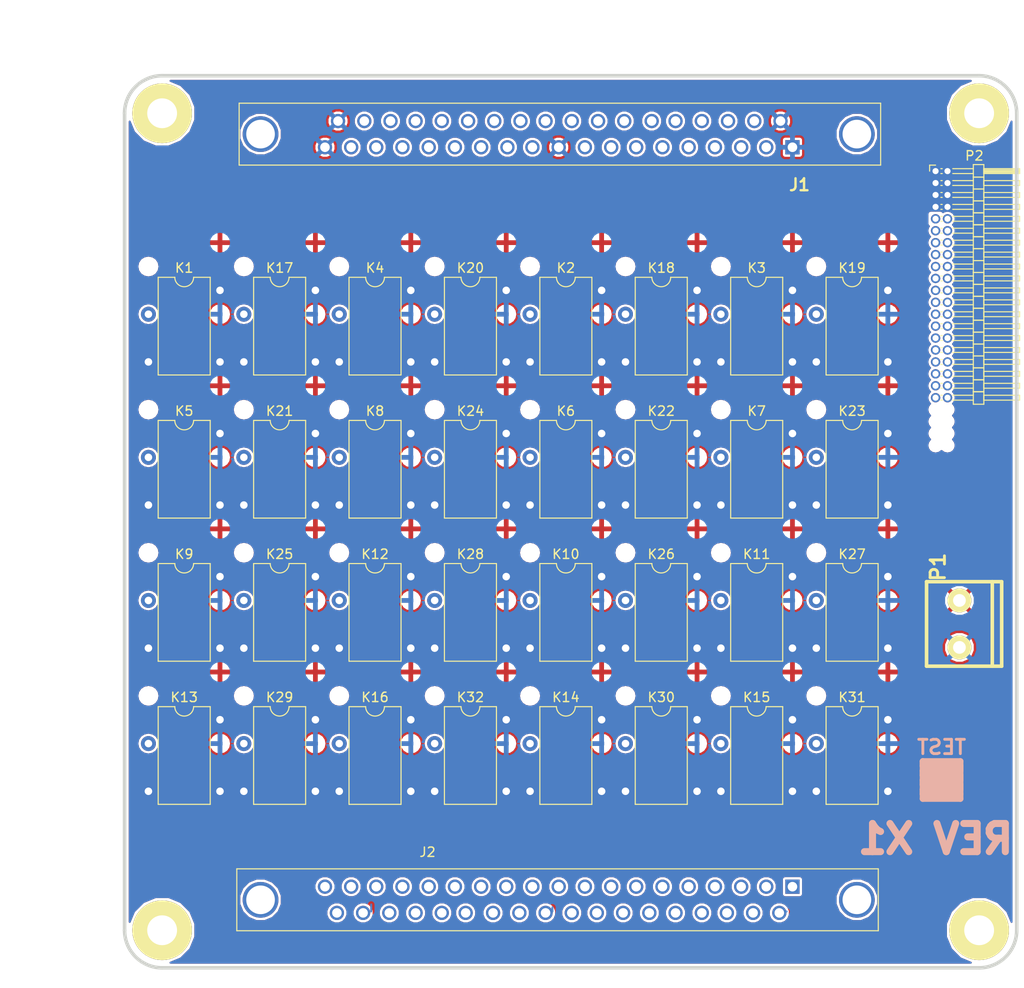
<source format=kicad_pcb>
(kicad_pcb (version 4) (host pcbnew "(after 2015-mar-04 BZR unknown)-product")
  (title_block (title RELAY-32) (date "Thursday, May 25, 2017") (rev X1))
  (layers (0 Front signal) (31 Back signal) (36 B.SilkS user) (37 F.SilkS user) (38 B.Mask user) (39 F.Mask user) (44 Edge.Cuts user))
  (net 0 "")
  (net 1 /GND)
  (net 2 /RLY32)
  (net 3 /RLY30)
  (net 4 /RLY28)
  (net 5 /RLY26)
  (net 6 /RLY24)
  (net 7 /RLY22)
  (net 8 /RLY20)
  (net 9 /RLY18)
  (net 10 /RLY15)
  (net 11 /RLY13)
  (net 12 /RLY11)
  (net 13 /RLY9)
  (net 14 /RLY7)
  (net 15 /RLY5)
  (net 16 /RLY3)
  (net 17 /RLY1)
  (net 18 /RLY31)
  (net 19 /RLY29)
  (net 20 /RLY27)
  (net 21 /RLY25)
  (net 22 /RLY23)
  (net 23 /RLY21)
  (net 24 /RLY19)
  (net 25 /RLY17)
  (net 26 /RLY16)
  (net 27 /RLY14)
  (net 28 /RLY12)
  (net 29 /RLY10)
  (net 30 /RLY8)
  (net 31 /RLY6)
  (net 32 /RLY4)
  (net 33 /RLY2)
  (net 34 /RLY32-C)
  (net 35 /RLY30-C)
  (net 36 /RLY28-C)
  (net 37 /RLY26-C)
  (net 38 /RLY24-C)
  (net 39 /RLY22-C)
  (net 40 /RLY20-C)
  (net 41 /RLY18-C)
  (net 42 /RLY15-C)
  (net 43 /RLY13-C)
  (net 44 /RLY11-C)
  (net 45 /RLY9-C)
  (net 46 /RLY7-C)
  (net 47 /RLY5-C)
  (net 48 /RLY3-C)
  (net 49 /RLY1-C)
  (net 50 /RLY31-C)
  (net 51 /RLY29-C)
  (net 52 /RLY27-C)
  (net 53 /RLY25-C)
  (net 54 /RLY23-C)
  (net 55 /RLY21-C)
  (net 56 /RLY19-C)
  (net 57 /RLY17-C)
  (net 58 /RLY16-C)
  (net 59 /RLY14-C)
  (net 60 /RLY12-C)
  (net 61 /RLY10-C)
  (net 62 /RLY8-C)
  (net 63 /RLY6-C)
  (net 64 /RLY4-C)
  (net 65 /RLY2-C)
  (net 66 /ON)
  (module Connect:DB37MD (layer Front) (at 71.12 7.62 180)
    (fp_text reference J1 (at -0.75 -4 180) (layer F.SilkS) (effects (font (size 1.27 1.27) (thickness 0.254))))
    (fp_text value DB37 hide)
    (pad "" thru_hole circle (at -6.86 1.4 180) (size 3.81 3.81) (drill 3.05) (layers *.Cu *.Mask))
    (pad "" thru_hole circle (at 56.64 1.4 180) (size 3.81 3.81) (drill 3.05) (layers *.Cu *.Mask))
    (pad 1 thru_hole rect (at 0 0 180) (size 1.52 1.52) (drill 1.02) (layers *.Cu *.Mask) (net 1 /GND))
    (pad 2 thru_hole circle (at 2.79 0 180) (size 1.52 1.52) (drill 1.02) (layers *.Cu *.Mask) (net 2 /RLY32))
    (pad 3 thru_hole circle (at 5.46 0 180) (size 1.52 1.52) (drill 1.02) (layers *.Cu *.Mask) (net 3 /RLY30))
    (pad 4 thru_hole circle (at 8.25 0 180) (size 1.52 1.52) (drill 1.02) (layers *.Cu *.Mask) (net 4 /RLY28))
    (pad 5 thru_hole circle (at 11.05 0 180) (size 1.52 1.52) (drill 1.02) (layers *.Cu *.Mask) (net 5 /RLY26))
    (pad 6 thru_hole circle (at 13.84 0 180) (size 1.52 1.52) (drill 1.02) (layers *.Cu *.Mask) (net 6 /RLY24))
    (pad 7 thru_hole circle (at 16.64 0 180) (size 1.52 1.52) (drill 1.02) (layers *.Cu *.Mask) (net 7 /RLY22))
    (pad 8 thru_hole circle (at 19.3 0 180) (size 1.52 1.52) (drill 1.02) (layers *.Cu *.Mask) (net 8 /RLY20))
    (pad 9 thru_hole circle (at 22.1 0 180) (size 1.52 1.52) (drill 1.02) (layers *.Cu *.Mask) (net 9 /RLY18))
    (pad 10 thru_hole circle (at 24.89 0 180) (size 1.52 1.52) (drill 1.02) (layers *.Cu *.Mask) (net 1 /GND))
    (pad 11 thru_hole circle (at 27.69 0 180) (size 1.52 1.52) (drill 1.02) (layers *.Cu *.Mask) (net 10 /RLY15))
    (pad 12 thru_hole circle (at 30.35 0 180) (size 1.52 1.52) (drill 1.02) (layers *.Cu *.Mask) (net 11 /RLY13))
    (pad 13 thru_hole circle (at 33.15 0 180) (size 1.52 1.52) (drill 1.02) (layers *.Cu *.Mask) (net 12 /RLY11))
    (pad 14 thru_hole circle (at 35.94 0 180) (size 1.52 1.52) (drill 1.02) (layers *.Cu *.Mask) (net 13 /RLY9))
    (pad 15 thru_hole circle (at 38.73 0 180) (size 1.52 1.52) (drill 1.02) (layers *.Cu *.Mask) (net 14 /RLY7))
    (pad 16 thru_hole circle (at 41.53 0 180) (size 1.52 1.52) (drill 1.02) (layers *.Cu *.Mask) (net 15 /RLY5))
    (pad 17 thru_hole circle (at 44.32 0 180) (size 1.52 1.52) (drill 1.02) (layers *.Cu *.Mask) (net 16 /RLY3))
    (pad 18 thru_hole circle (at 46.99 0 180) (size 1.52 1.52) (drill 1.02) (layers *.Cu *.Mask) (net 17 /RLY1))
    (pad 19 thru_hole circle (at 49.78 0 180) (size 1.52 1.52) (drill 1.02) (layers *.Cu *.Mask) (net 1 /GND))
    (pad 20 thru_hole circle (at 1.27 2.79 180) (size 1.52 1.52) (drill 1.02) (layers *.Cu *.Mask) (net 1 /GND))
    (pad 21 thru_hole circle (at 4.06 2.79 180) (size 1.52 1.52) (drill 1.02) (layers *.Cu *.Mask) (net 18 /RLY31))
    (pad 22 thru_hole circle (at 6.86 2.79 180) (size 1.52 1.52) (drill 1.02) (layers *.Cu *.Mask) (net 19 /RLY29))
    (pad 23 thru_hole circle (at 9.65 2.79 180) (size 1.52 1.52) (drill 1.02) (layers *.Cu *.Mask) (net 20 /RLY27))
    (pad 24 thru_hole circle (at 12.45 2.79 180) (size 1.52 1.52) (drill 1.02) (layers *.Cu *.Mask) (net 21 /RLY25))
    (pad 25 thru_hole circle (at 14.99 2.79 180) (size 1.52 1.52) (drill 1.02) (layers *.Cu *.Mask) (net 22 /RLY23))
    (pad 26 thru_hole circle (at 17.91 2.79 180) (size 1.52 1.52) (drill 1.02) (layers *.Cu *.Mask) (net 23 /RLY21))
    (pad 27 thru_hole circle (at 20.7 2.79 180) (size 1.52 1.52) (drill 1.02) (layers *.Cu *.Mask) (net 24 /RLY19))
    (pad 28 thru_hole circle (at 23.5 2.79 180) (size 1.52 1.52) (drill 1.02) (layers *.Cu *.Mask) (net 25 /RLY17))
    (pad 29 thru_hole circle (at 26.29 2.79 180) (size 1.52 1.52) (drill 1.02) (layers *.Cu *.Mask) (net 26 /RLY16))
    (pad 30 thru_hole circle (at 28.96 2.79 180) (size 1.52 1.52) (drill 1.02) (layers *.Cu *.Mask) (net 27 /RLY14))
    (pad 31 thru_hole circle (at 31.75 2.79 180) (size 1.52 1.52) (drill 1.02) (layers *.Cu *.Mask) (net 28 /RLY12))
    (pad 32 thru_hole circle (at 34.54 2.79 180) (size 1.52 1.52) (drill 1.02) (layers *.Cu *.Mask) (net 29 /RLY10))
    (pad 33 thru_hole circle (at 37.34 2.79 180) (size 1.52 1.52) (drill 1.02) (layers *.Cu *.Mask) (net 30 /RLY8))
    (pad 34 thru_hole circle (at 40.13 2.79 180) (size 1.52 1.52) (drill 1.02) (layers *.Cu *.Mask) (net 31 /RLY6))
    (pad 35 thru_hole circle (at 42.8 2.79 180) (size 1.52 1.52) (drill 1.02) (layers *.Cu *.Mask) (net 32 /RLY4))
    (pad 36 thru_hole circle (at 45.59 2.79 180) (size 1.52 1.52) (drill 1.02) (layers *.Cu *.Mask) (net 33 /RLY2))
    (pad 37 thru_hole circle (at 48.39 2.79 180) (size 1.52 1.52) (drill 1.02) (layers *.Cu *.Mask) (net 1 /GND))
  )
  (module LandBoards_MountHoles:MTG-4-40 (layer Front) (at 4 4)
    (fp_text reference MTG1 hide)
    (fp_text value CONN_1 hide)
    (pad 1 thru_hole circle (at 0 0) (size 6.35 6.35) (drill 3.175) (layers *.Cu *.Mask F.SilkS))
  )
  (module LandBoards_MountHoles:MTG-4-40 (layer Front) (at 91 4)
    (fp_text reference MTG2 hide)
    (fp_text value CONN_1 hide)
    (pad 1 thru_hole circle (at 0 0) (size 6.35 6.35) (drill 3.175) (layers *.Cu *.Mask F.SilkS))
  )
  (module LandBoards_MountHoles:MTG-4-40 (layer Front) (at 4 91)
    (fp_text reference MTG3 hide)
    (fp_text value CONN_1 hide)
    (pad 1 thru_hole circle (at 0 0) (size 6.35 6.35) (drill 3.175) (layers *.Cu *.Mask F.SilkS))
  )
  (module LandBoards_MountHoles:MTG-4-40 (layer Front) (at 91 91)
    (fp_text reference MTG4 hide)
    (fp_text value CONN_1 hide)
    (pad 1 thru_hole circle (at 0 0) (size 6.35 6.35) (drill 3.175) (layers *.Cu *.Mask F.SilkS))
  )
  (module Connect:DB37FD (layer Front) (at 71.12 86.36)
    (fp_text reference J2 (at -38.86 -3.68) (layer F.SilkS))
    (fp_text value DB37)
    (pad "" thru_hole circle (at -56.64 1.4) (size 3.81 3.81) (drill 3.05) (layers *.Cu *.Mask))
    (pad "" thru_hole circle (at 6.86 1.4) (size 3.81 3.81) (drill 3.05) (layers *.Cu *.Mask))
    (pad 1 thru_hole rect (at 0 0) (size 1.52 1.52) (drill 1.02) (layers *.Cu *.Mask))
    (pad 2 thru_hole circle (at -2.79 0) (size 1.52 1.52) (drill 1.02) (layers *.Cu *.Mask) (net 34 /RLY32-C))
    (pad 3 thru_hole circle (at -5.46 0) (size 1.52 1.52) (drill 1.02) (layers *.Cu *.Mask) (net 35 /RLY30-C))
    (pad 4 thru_hole circle (at -8.25 0) (size 1.52 1.52) (drill 1.02) (layers *.Cu *.Mask) (net 36 /RLY28-C))
    (pad 5 thru_hole circle (at -11.05 0) (size 1.52 1.52) (drill 1.02) (layers *.Cu *.Mask) (net 37 /RLY26-C))
    (pad 6 thru_hole circle (at -13.84 0) (size 1.52 1.52) (drill 1.02) (layers *.Cu *.Mask) (net 38 /RLY24-C))
    (pad 7 thru_hole circle (at -16.64 0) (size 1.52 1.52) (drill 1.02) (layers *.Cu *.Mask) (net 39 /RLY22-C))
    (pad 8 thru_hole circle (at -19.3 0) (size 1.52 1.52) (drill 1.02) (layers *.Cu *.Mask) (net 40 /RLY20-C))
    (pad 9 thru_hole circle (at -22.1 0) (size 1.52 1.52) (drill 1.02) (layers *.Cu *.Mask) (net 41 /RLY18-C))
    (pad 10 thru_hole circle (at -24.89 0) (size 1.52 1.52) (drill 1.02) (layers *.Cu *.Mask))
    (pad 11 thru_hole circle (at -27.69 0) (size 1.52 1.52) (drill 1.02) (layers *.Cu *.Mask) (net 42 /RLY15-C))
    (pad 12 thru_hole circle (at -30.48 0) (size 1.52 1.52) (drill 1.02) (layers *.Cu *.Mask) (net 43 /RLY13-C))
    (pad 13 thru_hole circle (at -33.15 0) (size 1.52 1.52) (drill 1.02) (layers *.Cu *.Mask) (net 44 /RLY11-C))
    (pad 14 thru_hole circle (at -35.94 0) (size 1.52 1.52) (drill 1.02) (layers *.Cu *.Mask) (net 45 /RLY9-C))
    (pad 15 thru_hole circle (at -38.73 0) (size 1.52 1.52) (drill 1.02) (layers *.Cu *.Mask) (net 46 /RLY7-C))
    (pad 16 thru_hole circle (at -41.53 0) (size 1.52 1.52) (drill 1.02) (layers *.Cu *.Mask) (net 47 /RLY5-C))
    (pad 17 thru_hole circle (at -44.32 0) (size 1.52 1.52) (drill 1.02) (layers *.Cu *.Mask) (net 48 /RLY3-C))
    (pad 18 thru_hole circle (at -46.99 0) (size 1.52 1.52) (drill 1.02) (layers *.Cu *.Mask) (net 49 /RLY1-C))
    (pad 19 thru_hole circle (at -49.78 0) (size 1.52 1.52) (drill 1.02) (layers *.Cu *.Mask))
    (pad 20 thru_hole circle (at -1.4 2.79) (size 1.52 1.52) (drill 1.02) (layers *.Cu *.Mask))
    (pad 21 thru_hole circle (at -4.19 2.79) (size 1.52 1.52) (drill 1.02) (layers *.Cu *.Mask) (net 50 /RLY31-C))
    (pad 22 thru_hole circle (at -6.98 2.79) (size 1.52 1.52) (drill 1.02) (layers *.Cu *.Mask) (net 51 /RLY29-C))
    (pad 23 thru_hole circle (at -9.65 2.79) (size 1.52 1.52) (drill 1.02) (layers *.Cu *.Mask) (net 52 /RLY27-C))
    (pad 24 thru_hole circle (at -12.45 2.79) (size 1.52 1.52) (drill 1.02) (layers *.Cu *.Mask) (net 53 /RLY25-C))
    (pad 25 thru_hole circle (at -15.24 2.79) (size 1.52 1.52) (drill 1.02) (layers *.Cu *.Mask) (net 54 /RLY23-C))
    (pad 26 thru_hole circle (at -18.03 2.79) (size 1.52 1.52) (drill 1.02) (layers *.Cu *.Mask) (net 55 /RLY21-C))
    (pad 27 thru_hole circle (at -20.83 2.79) (size 1.52 1.52) (drill 1.02) (layers *.Cu *.Mask) (net 56 /RLY19-C))
    (pad 28 thru_hole circle (at -23.5 2.79) (size 1.52 1.52) (drill 1.02) (layers *.Cu *.Mask) (net 57 /RLY17-C))
    (pad 29 thru_hole circle (at -26.29 2.79) (size 1.52 1.52) (drill 1.02) (layers *.Cu *.Mask) (net 58 /RLY16-C))
    (pad 30 thru_hole circle (at -29.08 2.79) (size 1.52 1.52) (drill 1.02) (layers *.Cu *.Mask) (net 59 /RLY14-C))
    (pad 31 thru_hole circle (at -31.88 2.79) (size 1.52 1.52) (drill 1.02) (layers *.Cu *.Mask) (net 60 /RLY12-C))
    (pad 32 thru_hole circle (at -34.8 2.79) (size 1.52 1.52) (drill 1.02) (layers *.Cu *.Mask) (net 61 /RLY10-C))
    (pad 33 thru_hole circle (at -37.34 2.79) (size 1.52 1.52) (drill 1.02) (layers *.Cu *.Mask) (net 62 /RLY8-C))
    (pad 34 thru_hole circle (at -40.13 2.79) (size 1.52 1.52) (drill 1.02) (layers *.Cu *.Mask) (net 63 /RLY6-C))
    (pad 35 thru_hole circle (at -42.93 2.79) (size 1.52 1.52) (drill 1.02) (layers *.Cu *.Mask) (net 64 /RLY4-C))
    (pad 36 thru_hole circle (at -45.72 2.79) (size 1.52 1.52) (drill 1.02) (layers *.Cu *.Mask) (net 65 /RLY2-C))
    (pad 37 thru_hole circle (at -48.51 2.79) (size 1.52 1.52) (drill 1.02) (layers *.Cu *.Mask))
  )
  (module LandBoards_Conns:TB2-5MM (layer Front) (at 88.9 55.88 270)
    (fp_text reference P1 (at -3.556 2.286 270) (layer F.SilkS) (effects (font (thickness 0.3048))))
    (fp_text value CONN_01X02 hide)
    (pad 1 thru_hole circle (at 0 0 270) (size 2.54 2.54) (drill 1.3589) (layers *.Cu *.Mask F.SilkS) (net 66 /ON))
    (pad 2 thru_hole circle (at 5 0 270) (size 2.54 2.54) (drill 1.3589) (layers *.Cu *.Mask F.SilkS) (net 1 /GND))
  )
  (module LandBoards_Marking:TEST_BLK-REAR (layer Front) (at 87 75)
    (fp_text reference TEST (at 0 -3.5) (layer B.SilkS) (effects (font (thickness 0.3048)) (justify mirror)))
    (fp_text value COUPON hide)
  )
  (module Pin_Headers:Pin_Header_Angled_2x20_Pitch1.27mm (layer Front) (at 86.36 10.16)
    (fp_text reference P2 (at 4.1275 -1.635) (layer F.SilkS))
    (fp_text value CONN_01X40)
    (pad 1 thru_hole rect (at 0 0) (size 1 1) (drill 0.65) (layers *.Cu *.Mask))
    (pad 2 thru_hole oval (at 1.27 0) (size 1 1) (drill 0.65) (layers *.Cu *.Mask))
    (pad 3 thru_hole oval (at 0 1.27) (size 1 1) (drill 0.65) (layers *.Cu *.Mask))
    (pad 4 thru_hole oval (at 1.27 1.27) (size 1 1) (drill 0.65) (layers *.Cu *.Mask))
    (pad 5 thru_hole oval (at 0 2.54) (size 1 1) (drill 0.65) (layers *.Cu *.Mask) (net 2 /RLY32))
    (pad 6 thru_hole oval (at 1.27 2.54) (size 1 1) (drill 0.65) (layers *.Cu *.Mask) (net 4 /RLY28))
    (pad 7 thru_hole oval (at 0 3.81) (size 1 1) (drill 0.65) (layers *.Cu *.Mask) (net 6 /RLY24))
    (pad 8 thru_hole oval (at 1.27 3.81) (size 1 1) (drill 0.65) (layers *.Cu *.Mask) (net 8 /RLY20))
    (pad 9 thru_hole oval (at 0 5.08) (size 1 1) (drill 0.65) (layers *.Cu *.Mask) (net 26 /RLY16))
    (pad 10 thru_hole oval (at 1.27 5.08) (size 1 1) (drill 0.65) (layers *.Cu *.Mask) (net 28 /RLY12))
    (pad 11 thru_hole oval (at 0 6.35) (size 1 1) (drill 0.65) (layers *.Cu *.Mask) (net 30 /RLY8))
    (pad 12 thru_hole oval (at 1.27 6.35) (size 1 1) (drill 0.65) (layers *.Cu *.Mask) (net 32 /RLY4))
    (pad 13 thru_hole oval (at 0 7.62) (size 1 1) (drill 0.65) (layers *.Cu *.Mask) (net 18 /RLY31))
    (pad 14 thru_hole oval (at 1.27 7.62) (size 1 1) (drill 0.65) (layers *.Cu *.Mask) (net 20 /RLY27))
    (pad 15 thru_hole oval (at 0 8.89) (size 1 1) (drill 0.65) (layers *.Cu *.Mask) (net 22 /RLY23))
    (pad 16 thru_hole oval (at 1.27 8.89) (size 1 1) (drill 0.65) (layers *.Cu *.Mask) (net 24 /RLY19))
    (pad 17 thru_hole oval (at 0 10.16) (size 1 1) (drill 0.65) (layers *.Cu *.Mask) (net 10 /RLY15))
    (pad 18 thru_hole oval (at 1.27 10.16) (size 1 1) (drill 0.65) (layers *.Cu *.Mask) (net 12 /RLY11))
    (pad 19 thru_hole oval (at 0 11.43) (size 1 1) (drill 0.65) (layers *.Cu *.Mask) (net 14 /RLY7))
    (pad 20 thru_hole oval (at 1.27 11.43) (size 1 1) (drill 0.65) (layers *.Cu *.Mask) (net 16 /RLY3))
    (pad 21 thru_hole oval (at 0 12.7) (size 1 1) (drill 0.65) (layers *.Cu *.Mask) (net 3 /RLY30))
    (pad 22 thru_hole oval (at 1.27 12.7) (size 1 1) (drill 0.65) (layers *.Cu *.Mask) (net 5 /RLY26))
    (pad 23 thru_hole oval (at 0 13.97) (size 1 1) (drill 0.65) (layers *.Cu *.Mask) (net 7 /RLY22))
    (pad 24 thru_hole oval (at 1.27 13.97) (size 1 1) (drill 0.65) (layers *.Cu *.Mask) (net 9 /RLY18))
    (pad 25 thru_hole oval (at 0 15.24) (size 1 1) (drill 0.65) (layers *.Cu *.Mask) (net 27 /RLY14))
    (pad 26 thru_hole oval (at 1.27 15.24) (size 1 1) (drill 0.65) (layers *.Cu *.Mask) (net 29 /RLY10))
    (pad 27 thru_hole oval (at 0 16.51) (size 1 1) (drill 0.65) (layers *.Cu *.Mask) (net 31 /RLY6))
    (pad 28 thru_hole oval (at 1.27 16.51) (size 1 1) (drill 0.65) (layers *.Cu *.Mask) (net 33 /RLY2))
    (pad 29 thru_hole oval (at 0 17.78) (size 1 1) (drill 0.65) (layers *.Cu *.Mask) (net 19 /RLY29))
    (pad 30 thru_hole oval (at 1.27 17.78) (size 1 1) (drill 0.65) (layers *.Cu *.Mask) (net 21 /RLY25))
    (pad 31 thru_hole oval (at 0 19.05) (size 1 1) (drill 0.65) (layers *.Cu *.Mask) (net 23 /RLY21))
    (pad 32 thru_hole oval (at 1.27 19.05) (size 1 1) (drill 0.65) (layers *.Cu *.Mask) (net 25 /RLY17))
    (pad 33 thru_hole oval (at 0 20.32) (size 1 1) (drill 0.65) (layers *.Cu *.Mask) (net 11 /RLY13))
    (pad 34 thru_hole oval (at 1.27 20.32) (size 1 1) (drill 0.65) (layers *.Cu *.Mask) (net 13 /RLY9))
    (pad 35 thru_hole oval (at 0 21.59) (size 1 1) (drill 0.65) (layers *.Cu *.Mask) (net 15 /RLY5))
    (pad 36 thru_hole oval (at 1.27 21.59) (size 1 1) (drill 0.65) (layers *.Cu *.Mask) (net 17 /RLY1))
    (pad 37 thru_hole oval (at 0 22.86) (size 1 1) (drill 0.65) (layers *.Cu *.Mask))
    (pad 38 thru_hole oval (at 1.27 22.86) (size 1 1) (drill 0.65) (layers *.Cu *.Mask))
    (pad 39 thru_hole oval (at 0 24.13) (size 1 1) (drill 0.65) (layers *.Cu *.Mask))
    (pad 40 thru_hole oval (at 1.27 24.13) (size 1 1) (drill 0.65) (layers *.Cu *.Mask))
  )
  (module DougsNewMods:RELAY_SPST-6P (layer Front) (at 33.02 68.58)
    (fp_text reference K32 (at 3.81 -2.39) (layer F.SilkS))
    (fp_text value RELAY_SPST-G6L-1P hide)
    (pad 5 thru_hole oval (at 7.62 7.62) (size 1.6 1.6) (drill 0.8) (layers *.Cu *.Mask) (net 1 /GND))
    (pad 2 thru_hole oval (at 0 2.54) (size 1.6 1.6) (drill 0.8) (layers *.Cu *.Mask) (net 26 /RLY16))
    (pad 4 thru_hole oval (at 0 7.62) (size 1.6 1.6) (drill 0.8) (layers *.Cu *.Mask) (net 58 /RLY16-C))
    (pad 8 thru_hole oval (at 7.62 0) (size 1.6 1.6) (drill 0.8) (layers *.Cu *.Mask) (net 66 /ON))
  )
  (module DougsNewMods:RELAY_SPST-6P (layer Front) (at 73.66 68.58)
    (fp_text reference K31 (at 3.81 -2.39) (layer F.SilkS))
    (fp_text value RELAY_SPST-G6L-1P hide)
    (pad 5 thru_hole oval (at 7.62 7.62) (size 1.6 1.6) (drill 0.8) (layers *.Cu *.Mask) (net 1 /GND))
    (pad 2 thru_hole oval (at 0 2.54) (size 1.6 1.6) (drill 0.8) (layers *.Cu *.Mask) (net 2 /RLY32))
    (pad 4 thru_hole oval (at 0 7.62) (size 1.6 1.6) (drill 0.8) (layers *.Cu *.Mask) (net 34 /RLY32-C))
    (pad 8 thru_hole oval (at 7.62 0) (size 1.6 1.6) (drill 0.8) (layers *.Cu *.Mask) (net 66 /ON))
  )
  (module DougsNewMods:RELAY_SPST-6P (layer Front) (at 53.34 68.58)
    (fp_text reference K30 (at 3.81 -2.39) (layer F.SilkS))
    (fp_text value RELAY_SPST-G6L-1P hide)
    (pad 5 thru_hole oval (at 7.62 7.62) (size 1.6 1.6) (drill 0.8) (layers *.Cu *.Mask) (net 1 /GND))
    (pad 2 thru_hole oval (at 0 2.54) (size 1.6 1.6) (drill 0.8) (layers *.Cu *.Mask) (net 6 /RLY24))
    (pad 4 thru_hole oval (at 0 7.62) (size 1.6 1.6) (drill 0.8) (layers *.Cu *.Mask) (net 38 /RLY24-C))
    (pad 8 thru_hole oval (at 7.62 0) (size 1.6 1.6) (drill 0.8) (layers *.Cu *.Mask) (net 66 /ON))
  )
  (module DougsNewMods:RELAY_SPST-6P (layer Front) (at 12.7 68.58)
    (fp_text reference K29 (at 3.81 -2.39) (layer F.SilkS))
    (fp_text value RELAY_SPST-G6L-1P hide)
    (pad 5 thru_hole oval (at 7.62 7.62) (size 1.6 1.6) (drill 0.8) (layers *.Cu *.Mask) (net 1 /GND))
    (pad 2 thru_hole oval (at 0 2.54) (size 1.6 1.6) (drill 0.8) (layers *.Cu *.Mask) (net 30 /RLY8))
    (pad 4 thru_hole oval (at 0 7.62) (size 1.6 1.6) (drill 0.8) (layers *.Cu *.Mask) (net 62 /RLY8-C))
    (pad 8 thru_hole oval (at 7.62 0) (size 1.6 1.6) (drill 0.8) (layers *.Cu *.Mask) (net 66 /ON))
  )
  (module DougsNewMods:RELAY_SPST-6P (layer Front) (at 33.02 53.34)
    (fp_text reference K28 (at 3.81 -2.39) (layer F.SilkS))
    (fp_text value RELAY_SPST-G6L-1P hide)
    (pad 5 thru_hole oval (at 7.62 7.62) (size 1.6 1.6) (drill 0.8) (layers *.Cu *.Mask) (net 1 /GND))
    (pad 2 thru_hole oval (at 0 2.54) (size 1.6 1.6) (drill 0.8) (layers *.Cu *.Mask) (net 10 /RLY15))
    (pad 4 thru_hole oval (at 0 7.62) (size 1.6 1.6) (drill 0.8) (layers *.Cu *.Mask) (net 42 /RLY15-C))
    (pad 8 thru_hole oval (at 7.62 0) (size 1.6 1.6) (drill 0.8) (layers *.Cu *.Mask) (net 66 /ON))
  )
  (module DougsNewMods:RELAY_SPST-6P (layer Front) (at 73.66 53.34)
    (fp_text reference K27 (at 3.81 -2.39) (layer F.SilkS))
    (fp_text value RELAY_SPST-G6L-1P hide)
    (pad 5 thru_hole oval (at 7.62 7.62) (size 1.6 1.6) (drill 0.8) (layers *.Cu *.Mask) (net 1 /GND))
    (pad 2 thru_hole oval (at 0 2.54) (size 1.6 1.6) (drill 0.8) (layers *.Cu *.Mask) (net 18 /RLY31))
    (pad 4 thru_hole oval (at 0 7.62) (size 1.6 1.6) (drill 0.8) (layers *.Cu *.Mask) (net 50 /RLY31-C))
    (pad 8 thru_hole oval (at 7.62 0) (size 1.6 1.6) (drill 0.8) (layers *.Cu *.Mask) (net 66 /ON))
  )
  (module DougsNewMods:RELAY_SPST-6P (layer Front) (at 53.34 53.34)
    (fp_text reference K26 (at 3.81 -2.39) (layer F.SilkS))
    (fp_text value RELAY_SPST-G6L-1P hide)
    (pad 5 thru_hole oval (at 7.62 7.62) (size 1.6 1.6) (drill 0.8) (layers *.Cu *.Mask) (net 1 /GND))
    (pad 2 thru_hole oval (at 0 2.54) (size 1.6 1.6) (drill 0.8) (layers *.Cu *.Mask) (net 22 /RLY23))
    (pad 4 thru_hole oval (at 0 7.62) (size 1.6 1.6) (drill 0.8) (layers *.Cu *.Mask) (net 54 /RLY23-C))
    (pad 8 thru_hole oval (at 7.62 0) (size 1.6 1.6) (drill 0.8) (layers *.Cu *.Mask) (net 66 /ON))
  )
  (module DougsNewMods:RELAY_SPST-6P (layer Front) (at 12.7 53.34)
    (fp_text reference K25 (at 3.81 -2.39) (layer F.SilkS))
    (fp_text value RELAY_SPST-G6L-1P hide)
    (pad 5 thru_hole oval (at 7.62 7.62) (size 1.6 1.6) (drill 0.8) (layers *.Cu *.Mask) (net 1 /GND))
    (pad 2 thru_hole oval (at 0 2.54) (size 1.6 1.6) (drill 0.8) (layers *.Cu *.Mask) (net 14 /RLY7))
    (pad 4 thru_hole oval (at 0 7.62) (size 1.6 1.6) (drill 0.8) (layers *.Cu *.Mask) (net 46 /RLY7-C))
    (pad 8 thru_hole oval (at 7.62 0) (size 1.6 1.6) (drill 0.8) (layers *.Cu *.Mask) (net 66 /ON))
  )
  (module DougsNewMods:RELAY_SPST-6P (layer Front) (at 33.02 38.1)
    (fp_text reference K24 (at 3.81 -2.39) (layer F.SilkS))
    (fp_text value RELAY_SPST-G6L-1P hide)
    (pad 5 thru_hole oval (at 7.62 7.62) (size 1.6 1.6) (drill 0.8) (layers *.Cu *.Mask) (net 1 /GND))
    (pad 2 thru_hole oval (at 0 2.54) (size 1.6 1.6) (drill 0.8) (layers *.Cu *.Mask) (net 27 /RLY14))
    (pad 4 thru_hole oval (at 0 7.62) (size 1.6 1.6) (drill 0.8) (layers *.Cu *.Mask) (net 59 /RLY14-C))
    (pad 8 thru_hole oval (at 7.62 0) (size 1.6 1.6) (drill 0.8) (layers *.Cu *.Mask) (net 66 /ON))
  )
  (module DougsNewMods:RELAY_SPST-6P (layer Front) (at 73.66 38.1)
    (fp_text reference K23 (at 3.81 -2.39) (layer F.SilkS))
    (fp_text value RELAY_SPST-G6L-1P hide)
    (pad 5 thru_hole oval (at 7.62 7.62) (size 1.6 1.6) (drill 0.8) (layers *.Cu *.Mask) (net 1 /GND))
    (pad 2 thru_hole oval (at 0 2.54) (size 1.6 1.6) (drill 0.8) (layers *.Cu *.Mask) (net 3 /RLY30))
    (pad 4 thru_hole oval (at 0 7.62) (size 1.6 1.6) (drill 0.8) (layers *.Cu *.Mask) (net 35 /RLY30-C))
    (pad 8 thru_hole oval (at 7.62 0) (size 1.6 1.6) (drill 0.8) (layers *.Cu *.Mask) (net 66 /ON))
  )
  (module DougsNewMods:RELAY_SPST-6P (layer Front) (at 53.34 38.1)
    (fp_text reference K22 (at 3.81 -2.39) (layer F.SilkS))
    (fp_text value RELAY_SPST-G6L-1P hide)
    (pad 5 thru_hole oval (at 7.62 7.62) (size 1.6 1.6) (drill 0.8) (layers *.Cu *.Mask) (net 1 /GND))
    (pad 2 thru_hole oval (at 0 2.54) (size 1.6 1.6) (drill 0.8) (layers *.Cu *.Mask) (net 7 /RLY22))
    (pad 4 thru_hole oval (at 0 7.62) (size 1.6 1.6) (drill 0.8) (layers *.Cu *.Mask) (net 39 /RLY22-C))
    (pad 8 thru_hole oval (at 7.62 0) (size 1.6 1.6) (drill 0.8) (layers *.Cu *.Mask) (net 66 /ON))
  )
  (module DougsNewMods:RELAY_SPST-6P (layer Front) (at 12.7 38.1)
    (fp_text reference K21 (at 3.81 -2.39) (layer F.SilkS))
    (fp_text value RELAY_SPST-G6L-1P hide)
    (pad 5 thru_hole oval (at 7.62 7.62) (size 1.6 1.6) (drill 0.8) (layers *.Cu *.Mask) (net 1 /GND))
    (pad 2 thru_hole oval (at 0 2.54) (size 1.6 1.6) (drill 0.8) (layers *.Cu *.Mask) (net 31 /RLY6))
    (pad 4 thru_hole oval (at 0 7.62) (size 1.6 1.6) (drill 0.8) (layers *.Cu *.Mask) (net 63 /RLY6-C))
    (pad 8 thru_hole oval (at 7.62 0) (size 1.6 1.6) (drill 0.8) (layers *.Cu *.Mask) (net 66 /ON))
  )
  (module DougsNewMods:RELAY_SPST-6P (layer Front) (at 33.02 22.86)
    (fp_text reference K20 (at 3.81 -2.39) (layer F.SilkS))
    (fp_text value RELAY_SPST-G6L-1P hide)
    (pad 5 thru_hole oval (at 7.62 7.62) (size 1.6 1.6) (drill 0.8) (layers *.Cu *.Mask) (net 1 /GND))
    (pad 2 thru_hole oval (at 0 2.54) (size 1.6 1.6) (drill 0.8) (layers *.Cu *.Mask) (net 11 /RLY13))
    (pad 4 thru_hole oval (at 0 7.62) (size 1.6 1.6) (drill 0.8) (layers *.Cu *.Mask) (net 43 /RLY13-C))
    (pad 8 thru_hole oval (at 7.62 0) (size 1.6 1.6) (drill 0.8) (layers *.Cu *.Mask) (net 66 /ON))
  )
  (module DougsNewMods:RELAY_SPST-6P (layer Front) (at 73.66 22.86)
    (fp_text reference K19 (at 3.81 -2.39) (layer F.SilkS))
    (fp_text value RELAY_SPST-G6L-1P hide)
    (pad 5 thru_hole oval (at 7.62 7.62) (size 1.6 1.6) (drill 0.8) (layers *.Cu *.Mask) (net 1 /GND))
    (pad 2 thru_hole oval (at 0 2.54) (size 1.6 1.6) (drill 0.8) (layers *.Cu *.Mask) (net 19 /RLY29))
    (pad 4 thru_hole oval (at 0 7.62) (size 1.6 1.6) (drill 0.8) (layers *.Cu *.Mask) (net 51 /RLY29-C))
    (pad 8 thru_hole oval (at 7.62 0) (size 1.6 1.6) (drill 0.8) (layers *.Cu *.Mask) (net 66 /ON))
  )
  (module DougsNewMods:RELAY_SPST-6P (layer Front) (at 53.34 22.86)
    (fp_text reference K18 (at 3.81 -2.39) (layer F.SilkS))
    (fp_text value RELAY_SPST-G6L-1P hide)
    (pad 5 thru_hole oval (at 7.62 7.62) (size 1.6 1.6) (drill 0.8) (layers *.Cu *.Mask) (net 1 /GND))
    (pad 2 thru_hole oval (at 0 2.54) (size 1.6 1.6) (drill 0.8) (layers *.Cu *.Mask) (net 23 /RLY21))
    (pad 4 thru_hole oval (at 0 7.62) (size 1.6 1.6) (drill 0.8) (layers *.Cu *.Mask) (net 55 /RLY21-C))
    (pad 8 thru_hole oval (at 7.62 0) (size 1.6 1.6) (drill 0.8) (layers *.Cu *.Mask) (net 66 /ON))
  )
  (module DougsNewMods:RELAY_SPST-6P (layer Front) (at 12.7 22.86)
    (fp_text reference K17 (at 3.81 -2.39) (layer F.SilkS))
    (fp_text value RELAY_SPST-G6L-1P hide)
    (pad 5 thru_hole oval (at 7.62 7.62) (size 1.6 1.6) (drill 0.8) (layers *.Cu *.Mask) (net 1 /GND))
    (pad 2 thru_hole oval (at 0 2.54) (size 1.6 1.6) (drill 0.8) (layers *.Cu *.Mask) (net 15 /RLY5))
    (pad 4 thru_hole oval (at 0 7.62) (size 1.6 1.6) (drill 0.8) (layers *.Cu *.Mask) (net 47 /RLY5-C))
    (pad 8 thru_hole oval (at 7.62 0) (size 1.6 1.6) (drill 0.8) (layers *.Cu *.Mask) (net 66 /ON))
  )
  (module DougsNewMods:RELAY_SPST-6P (layer Front) (at 22.86 68.58)
    (fp_text reference K16 (at 3.81 -2.39) (layer F.SilkS))
    (fp_text value RELAY_SPST-G6L-1P hide)
    (pad 5 thru_hole oval (at 7.62 7.62) (size 1.6 1.6) (drill 0.8) (layers *.Cu *.Mask) (net 1 /GND))
    (pad 2 thru_hole oval (at 0 2.54) (size 1.6 1.6) (drill 0.8) (layers *.Cu *.Mask) (net 28 /RLY12))
    (pad 4 thru_hole oval (at 0 7.62) (size 1.6 1.6) (drill 0.8) (layers *.Cu *.Mask) (net 60 /RLY12-C))
    (pad 8 thru_hole oval (at 7.62 0) (size 1.6 1.6) (drill 0.8) (layers *.Cu *.Mask) (net 66 /ON))
  )
  (module DougsNewMods:RELAY_SPST-6P (layer Front) (at 63.5 68.58)
    (fp_text reference K15 (at 3.81 -2.39) (layer F.SilkS))
    (fp_text value RELAY_SPST-G6L-1P hide)
    (pad 5 thru_hole oval (at 7.62 7.62) (size 1.6 1.6) (drill 0.8) (layers *.Cu *.Mask) (net 1 /GND))
    (pad 2 thru_hole oval (at 0 2.54) (size 1.6 1.6) (drill 0.8) (layers *.Cu *.Mask) (net 4 /RLY28))
    (pad 4 thru_hole oval (at 0 7.62) (size 1.6 1.6) (drill 0.8) (layers *.Cu *.Mask) (net 36 /RLY28-C))
    (pad 8 thru_hole oval (at 7.62 0) (size 1.6 1.6) (drill 0.8) (layers *.Cu *.Mask) (net 66 /ON))
  )
  (module DougsNewMods:RELAY_SPST-6P (layer Front) (at 43.18 68.58)
    (fp_text reference K14 (at 3.81 -2.39) (layer F.SilkS))
    (fp_text value RELAY_SPST-G6L-1P hide)
    (pad 5 thru_hole oval (at 7.62 7.62) (size 1.6 1.6) (drill 0.8) (layers *.Cu *.Mask) (net 1 /GND))
    (pad 2 thru_hole oval (at 0 2.54) (size 1.6 1.6) (drill 0.8) (layers *.Cu *.Mask) (net 8 /RLY20))
    (pad 4 thru_hole oval (at 0 7.62) (size 1.6 1.6) (drill 0.8) (layers *.Cu *.Mask) (net 40 /RLY20-C))
    (pad 8 thru_hole oval (at 7.62 0) (size 1.6 1.6) (drill 0.8) (layers *.Cu *.Mask) (net 66 /ON))
  )
  (module DougsNewMods:RELAY_SPST-6P (layer Front) (at 2.54 68.58)
    (fp_text reference K13 (at 3.81 -2.39) (layer F.SilkS))
    (fp_text value RELAY_SPST-G6L-1P hide)
    (pad 5 thru_hole oval (at 7.62 7.62) (size 1.6 1.6) (drill 0.8) (layers *.Cu *.Mask) (net 1 /GND))
    (pad 2 thru_hole oval (at 0 2.54) (size 1.6 1.6) (drill 0.8) (layers *.Cu *.Mask) (net 32 /RLY4))
    (pad 4 thru_hole oval (at 0 7.62) (size 1.6 1.6) (drill 0.8) (layers *.Cu *.Mask) (net 64 /RLY4-C))
    (pad 8 thru_hole oval (at 7.62 0) (size 1.6 1.6) (drill 0.8) (layers *.Cu *.Mask) (net 66 /ON))
  )
  (module DougsNewMods:RELAY_SPST-6P (layer Front) (at 22.86 53.34)
    (fp_text reference K12 (at 3.81 -2.39) (layer F.SilkS))
    (fp_text value RELAY_SPST-G6L-1P hide)
    (pad 5 thru_hole oval (at 7.62 7.62) (size 1.6 1.6) (drill 0.8) (layers *.Cu *.Mask) (net 1 /GND))
    (pad 2 thru_hole oval (at 0 2.54) (size 1.6 1.6) (drill 0.8) (layers *.Cu *.Mask) (net 12 /RLY11))
    (pad 4 thru_hole oval (at 0 7.62) (size 1.6 1.6) (drill 0.8) (layers *.Cu *.Mask) (net 44 /RLY11-C))
    (pad 8 thru_hole oval (at 7.62 0) (size 1.6 1.6) (drill 0.8) (layers *.Cu *.Mask) (net 66 /ON))
  )
  (module DougsNewMods:RELAY_SPST-6P (layer Front) (at 63.5 53.34)
    (fp_text reference K11 (at 3.81 -2.39) (layer F.SilkS))
    (fp_text value RELAY_SPST-G6L-1P hide)
    (pad 5 thru_hole oval (at 7.62 7.62) (size 1.6 1.6) (drill 0.8) (layers *.Cu *.Mask) (net 1 /GND))
    (pad 2 thru_hole oval (at 0 2.54) (size 1.6 1.6) (drill 0.8) (layers *.Cu *.Mask) (net 20 /RLY27))
    (pad 4 thru_hole oval (at 0 7.62) (size 1.6 1.6) (drill 0.8) (layers *.Cu *.Mask) (net 52 /RLY27-C))
    (pad 8 thru_hole oval (at 7.62 0) (size 1.6 1.6) (drill 0.8) (layers *.Cu *.Mask) (net 66 /ON))
  )
  (module DougsNewMods:RELAY_SPST-6P (layer Front) (at 43.18 53.34)
    (fp_text reference K10 (at 3.81 -2.39) (layer F.SilkS))
    (fp_text value RELAY_SPST-G6L-1P hide)
    (pad 5 thru_hole oval (at 7.62 7.62) (size 1.6 1.6) (drill 0.8) (layers *.Cu *.Mask) (net 1 /GND))
    (pad 2 thru_hole oval (at 0 2.54) (size 1.6 1.6) (drill 0.8) (layers *.Cu *.Mask) (net 24 /RLY19))
    (pad 4 thru_hole oval (at 0 7.62) (size 1.6 1.6) (drill 0.8) (layers *.Cu *.Mask) (net 56 /RLY19-C))
    (pad 8 thru_hole oval (at 7.62 0) (size 1.6 1.6) (drill 0.8) (layers *.Cu *.Mask) (net 66 /ON))
  )
  (module DougsNewMods:RELAY_SPST-6P (layer Front) (at 2.54 53.34)
    (fp_text reference K9 (at 3.81 -2.39) (layer F.SilkS))
    (fp_text value RELAY_SPST-G6L-1P hide)
    (pad 5 thru_hole oval (at 7.62 7.62) (size 1.6 1.6) (drill 0.8) (layers *.Cu *.Mask) (net 1 /GND))
    (pad 2 thru_hole oval (at 0 2.54) (size 1.6 1.6) (drill 0.8) (layers *.Cu *.Mask) (net 16 /RLY3))
    (pad 4 thru_hole oval (at 0 7.62) (size 1.6 1.6) (drill 0.8) (layers *.Cu *.Mask) (net 48 /RLY3-C))
    (pad 8 thru_hole oval (at 7.62 0) (size 1.6 1.6) (drill 0.8) (layers *.Cu *.Mask) (net 66 /ON))
  )
  (module DougsNewMods:RELAY_SPST-6P (layer Front) (at 22.86 38.1)
    (fp_text reference K8 (at 3.81 -2.39) (layer F.SilkS))
    (fp_text value RELAY_SPST-G6L-1P hide)
    (pad 5 thru_hole oval (at 7.62 7.62) (size 1.6 1.6) (drill 0.8) (layers *.Cu *.Mask) (net 1 /GND))
    (pad 2 thru_hole oval (at 0 2.54) (size 1.6 1.6) (drill 0.8) (layers *.Cu *.Mask) (net 29 /RLY10))
    (pad 4 thru_hole oval (at 0 7.62) (size 1.6 1.6) (drill 0.8) (layers *.Cu *.Mask) (net 61 /RLY10-C))
    (pad 8 thru_hole oval (at 7.62 0) (size 1.6 1.6) (drill 0.8) (layers *.Cu *.Mask) (net 66 /ON))
  )
  (module DougsNewMods:RELAY_SPST-6P (layer Front) (at 63.5 38.1)
    (fp_text reference K7 (at 3.81 -2.39) (layer F.SilkS))
    (fp_text value RELAY_SPST-G6L-1P hide)
    (pad 5 thru_hole oval (at 7.62 7.62) (size 1.6 1.6) (drill 0.8) (layers *.Cu *.Mask) (net 1 /GND))
    (pad 2 thru_hole oval (at 0 2.54) (size 1.6 1.6) (drill 0.8) (layers *.Cu *.Mask) (net 5 /RLY26))
    (pad 4 thru_hole oval (at 0 7.62) (size 1.6 1.6) (drill 0.8) (layers *.Cu *.Mask) (net 37 /RLY26-C))
    (pad 8 thru_hole oval (at 7.62 0) (size 1.6 1.6) (drill 0.8) (layers *.Cu *.Mask) (net 66 /ON))
  )
  (module DougsNewMods:RELAY_SPST-6P (layer Front) (at 43.18 38.1)
    (fp_text reference K6 (at 3.81 -2.39) (layer F.SilkS))
    (fp_text value RELAY_SPST-G6L-1P hide)
    (pad 5 thru_hole oval (at 7.62 7.62) (size 1.6 1.6) (drill 0.8) (layers *.Cu *.Mask) (net 1 /GND))
    (pad 2 thru_hole oval (at 0 2.54) (size 1.6 1.6) (drill 0.8) (layers *.Cu *.Mask) (net 9 /RLY18))
    (pad 4 thru_hole oval (at 0 7.62) (size 1.6 1.6) (drill 0.8) (layers *.Cu *.Mask) (net 41 /RLY18-C))
    (pad 8 thru_hole oval (at 7.62 0) (size 1.6 1.6) (drill 0.8) (layers *.Cu *.Mask) (net 66 /ON))
  )
  (module DougsNewMods:RELAY_SPST-6P (layer Front) (at 2.54 38.1)
    (fp_text reference K5 (at 3.81 -2.39) (layer F.SilkS))
    (fp_text value RELAY_SPST-G6L-1P hide)
    (pad 5 thru_hole oval (at 7.62 7.62) (size 1.6 1.6) (drill 0.8) (layers *.Cu *.Mask) (net 1 /GND))
    (pad 2 thru_hole oval (at 0 2.54) (size 1.6 1.6) (drill 0.8) (layers *.Cu *.Mask) (net 33 /RLY2))
    (pad 4 thru_hole oval (at 0 7.62) (size 1.6 1.6) (drill 0.8) (layers *.Cu *.Mask) (net 65 /RLY2-C))
    (pad 8 thru_hole oval (at 7.62 0) (size 1.6 1.6) (drill 0.8) (layers *.Cu *.Mask) (net 66 /ON))
  )
  (module DougsNewMods:RELAY_SPST-6P (layer Front) (at 22.86 22.86)
    (fp_text reference K4 (at 3.81 -2.39) (layer F.SilkS))
    (fp_text value RELAY_SPST-G6L-1P hide)
    (pad 5 thru_hole oval (at 7.62 7.62) (size 1.6 1.6) (drill 0.8) (layers *.Cu *.Mask) (net 1 /GND))
    (pad 2 thru_hole oval (at 0 2.54) (size 1.6 1.6) (drill 0.8) (layers *.Cu *.Mask) (net 13 /RLY9))
    (pad 4 thru_hole oval (at 0 7.62) (size 1.6 1.6) (drill 0.8) (layers *.Cu *.Mask) (net 45 /RLY9-C))
    (pad 8 thru_hole oval (at 7.62 0) (size 1.6 1.6) (drill 0.8) (layers *.Cu *.Mask) (net 66 /ON))
  )
  (module DougsNewMods:RELAY_SPST-6P (layer Front) (at 63.5 22.86)
    (fp_text reference K3 (at 3.81 -2.39) (layer F.SilkS))
    (fp_text value RELAY_SPST-G6L-1P hide)
    (pad 5 thru_hole oval (at 7.62 7.62) (size 1.6 1.6) (drill 0.8) (layers *.Cu *.Mask) (net 1 /GND))
    (pad 2 thru_hole oval (at 0 2.54) (size 1.6 1.6) (drill 0.8) (layers *.Cu *.Mask) (net 21 /RLY25))
    (pad 4 thru_hole oval (at 0 7.62) (size 1.6 1.6) (drill 0.8) (layers *.Cu *.Mask) (net 53 /RLY25-C))
    (pad 8 thru_hole oval (at 7.62 0) (size 1.6 1.6) (drill 0.8) (layers *.Cu *.Mask) (net 66 /ON))
  )
  (module DougsNewMods:RELAY_SPST-6P (layer Front) (at 43.18 22.86)
    (fp_text reference K2 (at 3.81 -2.39) (layer F.SilkS))
    (fp_text value RELAY_SPST-G6L-1P hide)
    (pad 5 thru_hole oval (at 7.62 7.62) (size 1.6 1.6) (drill 0.8) (layers *.Cu *.Mask) (net 1 /GND))
    (pad 2 thru_hole oval (at 0 2.54) (size 1.6 1.6) (drill 0.8) (layers *.Cu *.Mask) (net 25 /RLY17))
    (pad 4 thru_hole oval (at 0 7.62) (size 1.6 1.6) (drill 0.8) (layers *.Cu *.Mask) (net 57 /RLY17-C))
    (pad 8 thru_hole oval (at 7.62 0) (size 1.6 1.6) (drill 0.8) (layers *.Cu *.Mask) (net 66 /ON))
  )
  (module DougsNewMods:RELAY_SPST-6P (layer Front) (at 2.54 22.86)
    (fp_text reference K1 (at 3.81 -2.39) (layer F.SilkS))
    (fp_text value RELAY_SPST-G6L-1P hide)
    (pad 5 thru_hole oval (at 7.62 7.62) (size 1.6 1.6) (drill 0.8) (layers *.Cu *.Mask) (net 1 /GND))
    (pad 2 thru_hole oval (at 0 2.54) (size 1.6 1.6) (drill 0.8) (layers *.Cu *.Mask) (net 17 /RLY1))
    (pad 4 thru_hole oval (at 0 7.62) (size 1.6 1.6) (drill 0.8) (layers *.Cu *.Mask) (net 49 /RLY1-C))
    (pad 8 thru_hole oval (at 7.62 0) (size 1.6 1.6) (drill 0.8) (layers *.Cu *.Mask) (net 66 /ON))
  )
  (gr_line (start 0 91) (end 0 4) (angle 90) (layer Edge.Cuts) (width 0.381))
  (gr_line (start 91 95) (end 4 95) (angle 90) (layer Edge.Cuts) (width 0.381))
  (gr_line (start 95 4) (end 95 91) (angle 90) (layer Edge.Cuts) (width 0.381))
  (gr_arc (start 4 91) (end 4 95) (angle 90) (layer Edge.Cuts) (width 0.381))
  (gr_text "REV X1" (at 86.36 81.28) (layer B.SilkS) (effects (font (size 3 3) (thickness 0.75)) (justify mirror)))
  (gr_line (start 4 0) (end 91 0) (angle 90) (layer Edge.Cuts) (width 0.381))
  (gr_arc (start 91 91) (end 95 91) (angle 90) (layer Edge.Cuts) (width 0.381))
  (gr_arc (start 91 4) (end 91 0) (angle 90) (layer Edge.Cuts) (width 0.381))
  (gr_arc (start 4 4) (end 0 4) (angle 90) (layer Edge.Cuts) (width 0.381))
  (segment (start 70.46 89) (end 70.5 89) (width 0.2032) (layer Back) (net 0))
  (segment (start 26.26 89) (end 26.26 88.26) (width 0.2032) (layer Back) (net 0))
  (segment (start 45.56 89) (end 45.56 88.56) (width 0.2032) (layer Back) (net 58))
  (zone (net 1) (net_name /GND) (layer Back) (connect_pads (clearance 0.254)) (min_thickness 0.2032) (fill yes (arc_segments 16) (thermal_gap 0.508) (thermal_bridge_width 0.508))
    (polygon (pts (xy 4 0) (xy 92 0) (xy 95 3) (xy 95 91) (xy 91 95) (xy 4 95) (xy 0 90) (xy 0 4)))
  )
  (zone (net 66) (net_name /ON) (layer Front) (connect_pads (clearance 0.254)) (min_thickness 0.2032) (fill yes (arc_segments 16) (thermal_gap 0.508) (thermal_bridge_width 0.508))
    (polygon (pts (xy 4 0) (xy 91 0) (xy 95 4) (xy 95 91) (xy 91 95) (xy 4 95) (xy 0 90) (xy 0 4)))
  )
)
</source>
